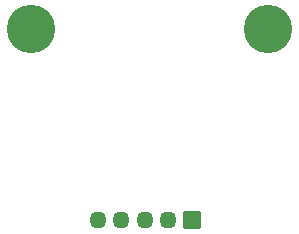
<source format=gbr>
%TF.GenerationSoftware,KiCad,Pcbnew,6.0.7-f9a2dced07~116~ubuntu22.04.1*%
%TF.CreationDate,2022-09-29T21:23:46+02:00*%
%TF.ProjectId,led_buck_3a,6c65645f-6275-4636-9b5f-33612e6b6963,rev?*%
%TF.SameCoordinates,Original*%
%TF.FileFunction,Soldermask,Bot*%
%TF.FilePolarity,Negative*%
%FSLAX46Y46*%
G04 Gerber Fmt 4.6, Leading zero omitted, Abs format (unit mm)*
G04 Created by KiCad (PCBNEW 6.0.7-f9a2dced07~116~ubuntu22.04.1) date 2022-09-29 21:23:46*
%MOMM*%
%LPD*%
G01*
G04 APERTURE LIST*
G04 Aperture macros list*
%AMRoundRect*
0 Rectangle with rounded corners*
0 $1 Rounding radius*
0 $2 $3 $4 $5 $6 $7 $8 $9 X,Y pos of 4 corners*
0 Add a 4 corners polygon primitive as box body*
4,1,4,$2,$3,$4,$5,$6,$7,$8,$9,$2,$3,0*
0 Add four circle primitives for the rounded corners*
1,1,$1+$1,$2,$3*
1,1,$1+$1,$4,$5*
1,1,$1+$1,$6,$7*
1,1,$1+$1,$8,$9*
0 Add four rect primitives between the rounded corners*
20,1,$1+$1,$2,$3,$4,$5,0*
20,1,$1+$1,$4,$5,$6,$7,0*
20,1,$1+$1,$6,$7,$8,$9,0*
20,1,$1+$1,$8,$9,$2,$3,0*%
G04 Aperture macros list end*
%ADD10RoundRect,0.050000X-0.675000X0.675000X-0.675000X-0.675000X0.675000X-0.675000X0.675000X0.675000X0*%
%ADD11O,1.450000X1.450000*%
%ADD12C,4.100000*%
G04 APERTURE END LIST*
D10*
%TO.C,J4*%
X53610000Y-66130000D03*
D11*
X51610000Y-66130000D03*
X49610000Y-66130000D03*
X47610000Y-66130000D03*
X45610000Y-66130000D03*
%TD*%
D12*
%TO.C,J1*%
X60000000Y-50000000D03*
%TD*%
%TO.C,J2*%
X40000000Y-50000000D03*
%TD*%
M02*

</source>
